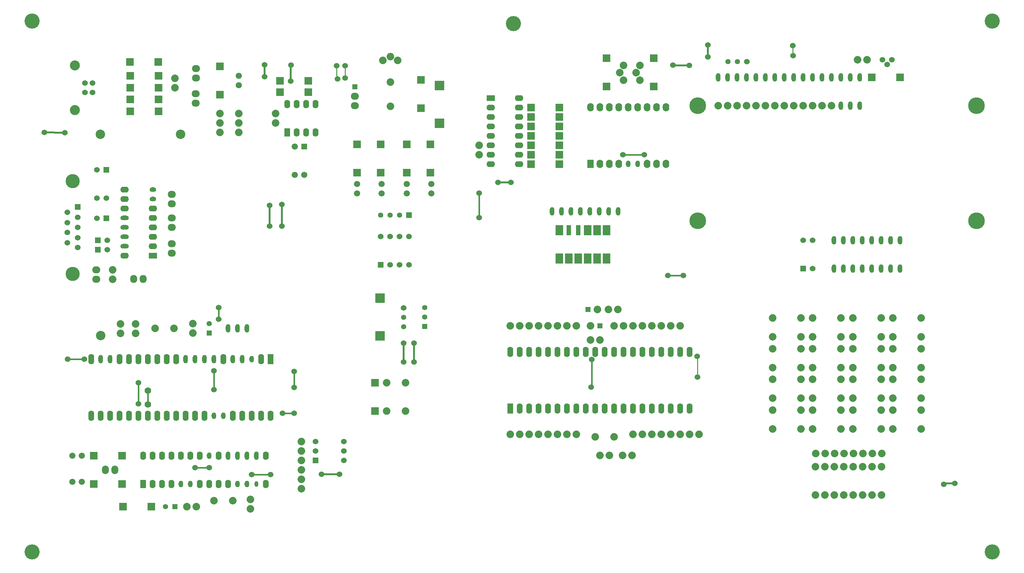
<source format=gtl>
G04 (created by PCBNEW-RS274X (2011-04-29 BZR 2986)-stable) date 10/21/2013 1:04:31 PM*
G01*
G70*
G90*
%MOIN*%
G04 Gerber Fmt 3.4, Leading zero omitted, Abs format*
%FSLAX34Y34*%
G04 APERTURE LIST*
%ADD10C,0.006000*%
%ADD11R,0.062000X0.110000*%
%ADD12O,0.062000X0.110000*%
%ADD13O,0.050000X0.070000*%
%ADD14O,0.050000X0.090000*%
%ADD15C,0.000400*%
%ADD16C,0.100000*%
%ADD17C,0.060000*%
%ADD18R,0.060000X0.060000*%
%ADD19C,0.080000*%
%ADD20R,0.080000X0.080000*%
%ADD21C,0.055000*%
%ADD22C,0.106300*%
%ADD23R,0.080000X0.110000*%
%ADD24R,0.050000X0.110000*%
%ADD25C,0.066000*%
%ADD26R,0.055000X0.055000*%
%ADD27C,0.177200*%
%ADD28O,0.070000X0.090000*%
%ADD29R,0.070000X0.090000*%
%ADD30R,0.100000X0.100000*%
%ADD31R,0.062000X0.090000*%
%ADD32O,0.062000X0.090000*%
%ADD33O,0.040000X0.060000*%
%ADD34R,0.090000X0.062000*%
%ADD35O,0.090000X0.062000*%
%ADD36O,0.070000X0.050000*%
%ADD37O,0.090000X0.050000*%
%ADD38C,0.150000*%
%ADD39O,0.072000X0.092000*%
%ADD40O,0.085000X0.075000*%
%ADD41O,0.075000X0.085000*%
%ADD42C,0.160000*%
%ADD43C,0.070000*%
%ADD44C,0.020000*%
%ADD45C,0.015000*%
%ADD46C,0.010000*%
G04 APERTURE END LIST*
G54D10*
G54D11*
X58440Y-51050D03*
G54D12*
X59440Y-51050D03*
X60440Y-51050D03*
X61440Y-51050D03*
X62440Y-51050D03*
X63440Y-51050D03*
X64440Y-51050D03*
X65440Y-51050D03*
X66440Y-51050D03*
X67440Y-51050D03*
X68440Y-51050D03*
X69440Y-51050D03*
X70440Y-51050D03*
X71440Y-51050D03*
X72440Y-51050D03*
X73440Y-51050D03*
X74440Y-51050D03*
X75440Y-51050D03*
X76440Y-51050D03*
X77440Y-51050D03*
X77440Y-45050D03*
X76440Y-45050D03*
X75440Y-45050D03*
X74440Y-45050D03*
X73440Y-45050D03*
X72440Y-45050D03*
X71440Y-45050D03*
X70440Y-45050D03*
X69440Y-45050D03*
X68440Y-45050D03*
X67440Y-45050D03*
X66440Y-45050D03*
X65440Y-45050D03*
X64440Y-45050D03*
X63440Y-45050D03*
X62440Y-45050D03*
X61440Y-45050D03*
X60440Y-45050D03*
X59440Y-45050D03*
X58440Y-45050D03*
G54D11*
X33035Y-45825D03*
G54D12*
X32035Y-45825D03*
G54D13*
X31035Y-45825D03*
G54D14*
X30035Y-45825D03*
X29035Y-45825D03*
G54D12*
X28035Y-45825D03*
G54D14*
X27035Y-45825D03*
X26035Y-45825D03*
X25035Y-45825D03*
X24035Y-45825D03*
G54D12*
X23035Y-45825D03*
X22035Y-45825D03*
X21035Y-45825D03*
X20035Y-45825D03*
X19035Y-45825D03*
X18035Y-45825D03*
X17035Y-45825D03*
G54D14*
X16035Y-45825D03*
X15035Y-45825D03*
G54D12*
X14035Y-45825D03*
X14035Y-51825D03*
X15035Y-51825D03*
X16035Y-51825D03*
X17035Y-51825D03*
X18035Y-51825D03*
X19035Y-51825D03*
X20035Y-51825D03*
X21035Y-51825D03*
X22035Y-51825D03*
X23035Y-51825D03*
X24035Y-51825D03*
X25035Y-51825D03*
X26035Y-51825D03*
G54D13*
X27035Y-51825D03*
X28035Y-51825D03*
G54D12*
X29035Y-51825D03*
X30035Y-51825D03*
X31035Y-51825D03*
X32035Y-51825D03*
X33035Y-51825D03*
G54D15*
X34035Y-54325D03*
G54D16*
X15035Y-43325D03*
G54D17*
X90470Y-33220D03*
X90470Y-36220D03*
G54D18*
X89470Y-36220D03*
G54D17*
X89470Y-33220D03*
G54D19*
X16310Y-37360D03*
X16310Y-36360D03*
X22900Y-17050D03*
X22900Y-16050D03*
X55120Y-24170D03*
X55120Y-23170D03*
X33560Y-20780D03*
X33560Y-19780D03*
X96220Y-14090D03*
X95220Y-14090D03*
X69845Y-40570D03*
X68845Y-40570D03*
X24785Y-43075D03*
X24785Y-42075D03*
X17120Y-42100D03*
X17120Y-43100D03*
X24160Y-61450D03*
X25160Y-61450D03*
X30910Y-60700D03*
X30910Y-61700D03*
X18720Y-42100D03*
X18720Y-43100D03*
X67940Y-43800D03*
X66940Y-43800D03*
X67920Y-56020D03*
X68920Y-56020D03*
X71320Y-56020D03*
X70320Y-56020D03*
G54D20*
X21150Y-15800D03*
X18150Y-15800D03*
X21150Y-17050D03*
X18150Y-17050D03*
G54D21*
X81490Y-14310D03*
X82498Y-14310D03*
G54D17*
X83490Y-14310D03*
G54D21*
X47130Y-42410D03*
X47130Y-41402D03*
G54D17*
X47130Y-40410D03*
X14150Y-17570D03*
X14150Y-16570D03*
X13363Y-16570D03*
X13363Y-17570D03*
G54D22*
X12300Y-19432D03*
X12300Y-14708D03*
G54D17*
X98380Y-14610D03*
X98880Y-14110D03*
X97880Y-14110D03*
G54D14*
X92720Y-36220D03*
X93720Y-36220D03*
X94720Y-36220D03*
X95720Y-36220D03*
X96720Y-36220D03*
X97720Y-36220D03*
X98720Y-36220D03*
X99720Y-36220D03*
X99720Y-33220D03*
X98720Y-33220D03*
X97720Y-33220D03*
X96720Y-33220D03*
X95720Y-33220D03*
X94720Y-33220D03*
X93720Y-33220D03*
X92720Y-33220D03*
G54D19*
X90780Y-60220D03*
X91780Y-60220D03*
X92780Y-60220D03*
X93780Y-60220D03*
X94780Y-60220D03*
X95780Y-60220D03*
X96780Y-60220D03*
X97780Y-60220D03*
X97780Y-57220D03*
X96780Y-57220D03*
X95780Y-57220D03*
X94780Y-57220D03*
X93780Y-57220D03*
X92780Y-57220D03*
X91780Y-57220D03*
X90780Y-57220D03*
G54D23*
X63620Y-35170D03*
X64620Y-35170D03*
X65620Y-35170D03*
X66620Y-35170D03*
X67620Y-35170D03*
X68620Y-35170D03*
X68620Y-32170D03*
X67620Y-32170D03*
X66620Y-32170D03*
G54D24*
X65620Y-32170D03*
X64620Y-32170D03*
G54D23*
X63620Y-32170D03*
G54D18*
X44710Y-35820D03*
G54D17*
X45710Y-35820D03*
X46710Y-35820D03*
X47710Y-35820D03*
X47710Y-32820D03*
X46710Y-32820D03*
X45710Y-32820D03*
X44710Y-32820D03*
G54D25*
X35600Y-26300D03*
X35600Y-23300D03*
G54D18*
X36600Y-23300D03*
G54D25*
X36600Y-26300D03*
G54D17*
X14640Y-28760D03*
X14640Y-25760D03*
G54D18*
X15640Y-25760D03*
G54D17*
X15640Y-28760D03*
G54D19*
X93470Y-44720D03*
X93470Y-46720D03*
X90470Y-44720D03*
X90470Y-46720D03*
X89220Y-44720D03*
X89220Y-46720D03*
X86220Y-44720D03*
X86220Y-46720D03*
X101970Y-47970D03*
X101970Y-49970D03*
X98970Y-47970D03*
X98970Y-49970D03*
X93470Y-41470D03*
X93470Y-43470D03*
X90470Y-41470D03*
X90470Y-43470D03*
X89220Y-41470D03*
X89220Y-43470D03*
X86220Y-41470D03*
X86220Y-43470D03*
X101970Y-44720D03*
X101970Y-46720D03*
X98970Y-44720D03*
X98970Y-46720D03*
X97720Y-44720D03*
X97720Y-46720D03*
X94720Y-44720D03*
X94720Y-46720D03*
X97720Y-47970D03*
X97720Y-49970D03*
X94720Y-47970D03*
X94720Y-49970D03*
X93470Y-47970D03*
X93470Y-49970D03*
X90470Y-47970D03*
X90470Y-49970D03*
X89220Y-47970D03*
X89220Y-49970D03*
X86220Y-47970D03*
X86220Y-49970D03*
X101970Y-51220D03*
X101970Y-53220D03*
X98970Y-51220D03*
X98970Y-53220D03*
X97720Y-51220D03*
X97720Y-53220D03*
X94720Y-51220D03*
X94720Y-53220D03*
X93470Y-51220D03*
X93470Y-53220D03*
X90470Y-51220D03*
X90470Y-53220D03*
X89220Y-51220D03*
X89220Y-53220D03*
X86220Y-51220D03*
X86220Y-53220D03*
X97720Y-41470D03*
X97720Y-43470D03*
X94720Y-41470D03*
X94720Y-43470D03*
X101970Y-41470D03*
X101970Y-43470D03*
X98970Y-41470D03*
X98970Y-43470D03*
X47340Y-51340D03*
X45340Y-51340D03*
X47340Y-48340D03*
X45340Y-48340D03*
X27650Y-19800D03*
X29650Y-19800D03*
X27650Y-20800D03*
X27650Y-21800D03*
X29650Y-21800D03*
X29650Y-20800D03*
X90810Y-55840D03*
X91810Y-55840D03*
X92810Y-55840D03*
X93810Y-55840D03*
X94810Y-55840D03*
X95810Y-55840D03*
X96810Y-55840D03*
X97810Y-55840D03*
X58440Y-53800D03*
X59440Y-53800D03*
X60440Y-53800D03*
X61440Y-53800D03*
X62440Y-53800D03*
X63440Y-53800D03*
X64440Y-53800D03*
X65440Y-53800D03*
X58440Y-42300D03*
X59440Y-42300D03*
X60440Y-42300D03*
X61440Y-42300D03*
X62440Y-42300D03*
X63440Y-42300D03*
X64440Y-42300D03*
X65440Y-42300D03*
G54D14*
X69870Y-30170D03*
X68870Y-30170D03*
X67870Y-30170D03*
X66870Y-30170D03*
X65870Y-30170D03*
X64870Y-30170D03*
X63870Y-30170D03*
X62870Y-30170D03*
G54D19*
X71440Y-53800D03*
X72440Y-53800D03*
X73440Y-53800D03*
X74440Y-53800D03*
X75440Y-53800D03*
X76440Y-53800D03*
X77440Y-53800D03*
X78440Y-53800D03*
X76440Y-42300D03*
X75440Y-42300D03*
X74440Y-42300D03*
X73440Y-42300D03*
X72440Y-42300D03*
X71440Y-42300D03*
X70440Y-42300D03*
X69440Y-42300D03*
X36285Y-54575D03*
X36285Y-55575D03*
X36285Y-56575D03*
X36285Y-57575D03*
X36285Y-58575D03*
X36285Y-59575D03*
G54D18*
X47710Y-30570D03*
G54D21*
X46710Y-30570D03*
X45710Y-30570D03*
X44710Y-30570D03*
G54D26*
X49380Y-42370D03*
G54D21*
X49380Y-41370D03*
X49380Y-40370D03*
G54D14*
X28535Y-42575D03*
X29535Y-42575D03*
X30535Y-42575D03*
G54D18*
X14720Y-33220D03*
G54D17*
X15720Y-33220D03*
G54D18*
X14720Y-34220D03*
G54D17*
X15720Y-34220D03*
G54D26*
X66670Y-40570D03*
G54D19*
X67670Y-40570D03*
G54D14*
X80470Y-15970D03*
X81470Y-15970D03*
X82470Y-15970D03*
X83470Y-15970D03*
X84470Y-15970D03*
X85470Y-15970D03*
X86470Y-15970D03*
X87470Y-15970D03*
X88470Y-15970D03*
X89470Y-15970D03*
X90470Y-15970D03*
X91470Y-15970D03*
X92470Y-15970D03*
X93470Y-15970D03*
X94470Y-15970D03*
X95470Y-15970D03*
G54D20*
X34020Y-16320D03*
X37020Y-16320D03*
X44090Y-48340D03*
X44090Y-51340D03*
X17285Y-59075D03*
X14285Y-59075D03*
X17285Y-56075D03*
X14285Y-56075D03*
X34020Y-17520D03*
X37020Y-17520D03*
X99720Y-15970D03*
X96720Y-15970D03*
X68620Y-16920D03*
X68620Y-13920D03*
X73620Y-16920D03*
X73620Y-13920D03*
X63620Y-25170D03*
X60620Y-25170D03*
X63620Y-24170D03*
X60620Y-24170D03*
X63620Y-23170D03*
X60620Y-23170D03*
X63620Y-22170D03*
X60620Y-22170D03*
X17410Y-61450D03*
X20410Y-61450D03*
X18120Y-14320D03*
X21120Y-14320D03*
X18150Y-19550D03*
X21150Y-19550D03*
X18150Y-18300D03*
X21150Y-18300D03*
X63620Y-21170D03*
X60620Y-21170D03*
X63620Y-19170D03*
X60620Y-19170D03*
X63620Y-20170D03*
X60620Y-20170D03*
X42210Y-23070D03*
X42210Y-26070D03*
X44710Y-23070D03*
X44710Y-26070D03*
X47460Y-23070D03*
X47460Y-26070D03*
X49960Y-23070D03*
X49960Y-26070D03*
X27650Y-17800D03*
X27650Y-14800D03*
X48970Y-16220D03*
X48970Y-19220D03*
G54D25*
X12035Y-56075D03*
X13035Y-56075D03*
X12035Y-58825D03*
X13035Y-58825D03*
X42210Y-27270D03*
X42210Y-28270D03*
X44810Y-27270D03*
X44810Y-28270D03*
X47460Y-27270D03*
X47460Y-28270D03*
X50060Y-27270D03*
X50060Y-28270D03*
X29650Y-15800D03*
X29650Y-16800D03*
G54D19*
X80470Y-18954D03*
X81470Y-18970D03*
X82470Y-18970D03*
X83470Y-18970D03*
X84470Y-18970D03*
X85470Y-18970D03*
X86470Y-18970D03*
X87470Y-18970D03*
X88470Y-18970D03*
X89470Y-18970D03*
X90470Y-18970D03*
X91470Y-18970D03*
X92470Y-18970D03*
G54D14*
X93470Y-18970D03*
X94470Y-18970D03*
X95470Y-18970D03*
G54D27*
X78305Y-18970D03*
X78305Y-31175D03*
X107832Y-18970D03*
X107832Y-31175D03*
G54D19*
X27035Y-60825D03*
X29035Y-60825D03*
X67440Y-54050D03*
X69440Y-54050D03*
X22785Y-42575D03*
X20785Y-42575D03*
G54D16*
X23510Y-22000D03*
X15010Y-22000D03*
G54D28*
X66927Y-19115D03*
X67927Y-19115D03*
X68927Y-19115D03*
X69927Y-19115D03*
X70930Y-19115D03*
X71930Y-19115D03*
X72930Y-19115D03*
X73930Y-19115D03*
G54D29*
X66917Y-25125D03*
G54D28*
X67920Y-25125D03*
X68920Y-25125D03*
X69920Y-25125D03*
G54D13*
X70920Y-25125D03*
X71920Y-25125D03*
G54D28*
X72920Y-25125D03*
X73920Y-25125D03*
X74930Y-19115D03*
X74920Y-25125D03*
G54D30*
X50920Y-16820D03*
X50920Y-20820D03*
X44630Y-39370D03*
X44630Y-43370D03*
G54D31*
X34810Y-21780D03*
G54D32*
X35810Y-21780D03*
X36810Y-21780D03*
X37810Y-21780D03*
X37810Y-18780D03*
X36810Y-18780D03*
X35810Y-18780D03*
X34810Y-18780D03*
X20535Y-59075D03*
X21535Y-59075D03*
X22535Y-59075D03*
G54D13*
X23535Y-59075D03*
X24535Y-59075D03*
G54D32*
X25535Y-59075D03*
X26535Y-59075D03*
X27535Y-59075D03*
X28535Y-59075D03*
G54D13*
X29535Y-59075D03*
X30535Y-59075D03*
G54D33*
X31535Y-59075D03*
G54D32*
X32535Y-59075D03*
G54D31*
X19535Y-59075D03*
G54D32*
X32535Y-56075D03*
G54D14*
X31535Y-56075D03*
X30535Y-56075D03*
X29535Y-56075D03*
X28535Y-56075D03*
G54D32*
X27535Y-56075D03*
G54D13*
X26535Y-56075D03*
G54D32*
X25535Y-56075D03*
X24535Y-56075D03*
X23535Y-56075D03*
X22535Y-56075D03*
X21535Y-56075D03*
X20535Y-56075D03*
X19535Y-56075D03*
G54D34*
X20560Y-34860D03*
G54D35*
X20560Y-33860D03*
X20560Y-32860D03*
X20560Y-31860D03*
X20560Y-30860D03*
X20560Y-29860D03*
G54D36*
X20560Y-28860D03*
X20560Y-27860D03*
G54D35*
X17560Y-27860D03*
X17560Y-28860D03*
X17560Y-29860D03*
G54D37*
X17560Y-30860D03*
X17560Y-31860D03*
X17560Y-32860D03*
X17560Y-33860D03*
G54D35*
X17560Y-34860D03*
G54D34*
X56370Y-18170D03*
G54D35*
X56370Y-19170D03*
X56370Y-20170D03*
X56370Y-21170D03*
X56370Y-22170D03*
X56370Y-23170D03*
X56370Y-24170D03*
X56370Y-25170D03*
X59370Y-25170D03*
X59370Y-24170D03*
X59370Y-23170D03*
X59370Y-22170D03*
X59370Y-21170D03*
X59370Y-20170D03*
X59370Y-19170D03*
X59370Y-18170D03*
G54D38*
X12050Y-26950D03*
X12050Y-36800D03*
G54D18*
X12600Y-29700D03*
G54D17*
X12600Y-30800D03*
X12600Y-31850D03*
X12600Y-32950D03*
X12600Y-34000D03*
X11500Y-30250D03*
X11500Y-31350D03*
X11500Y-32400D03*
X11500Y-33500D03*
G54D26*
X67940Y-42300D03*
G54D19*
X66940Y-42300D03*
G54D26*
X26535Y-43075D03*
G54D21*
X26535Y-42075D03*
G54D19*
X45720Y-19020D03*
X45720Y-16461D03*
G54D39*
X15535Y-57575D03*
X16535Y-57575D03*
G54D26*
X22910Y-61450D03*
G54D21*
X21910Y-61450D03*
G54D18*
X37785Y-56575D03*
G54D17*
X37785Y-55575D03*
X37785Y-54575D03*
X40785Y-56575D03*
X40785Y-55575D03*
X40785Y-54575D03*
G54D26*
X41970Y-16970D03*
G54D40*
X41970Y-17970D03*
X41970Y-18970D03*
G54D18*
X15630Y-30890D03*
G54D17*
X14630Y-30890D03*
G54D40*
X14560Y-37360D03*
X14560Y-36360D03*
X25140Y-16030D03*
X25140Y-15030D03*
X25100Y-17690D03*
X25100Y-18690D03*
X22560Y-29360D03*
X22560Y-28360D03*
X22560Y-31860D03*
X22560Y-30860D03*
G54D41*
X18520Y-37320D03*
X19520Y-37320D03*
G54D40*
X22560Y-34610D03*
X22560Y-33610D03*
G54D19*
X72167Y-16257D03*
X71773Y-15470D03*
X72167Y-14683D03*
X44933Y-14167D03*
X45720Y-13773D03*
X46507Y-14167D03*
X70417Y-16257D03*
X70023Y-15470D03*
X70417Y-14683D03*
G54D42*
X109500Y-10000D03*
X109500Y-66250D03*
X07750Y-10000D03*
X07750Y-66250D03*
X58750Y-10250D03*
G54D17*
X11220Y-21820D03*
X09050Y-21810D03*
X40320Y-58020D03*
X38420Y-58020D03*
X27035Y-49075D03*
X27035Y-47075D03*
X34285Y-51575D03*
G54D43*
X20040Y-49160D03*
X20030Y-50630D03*
G54D17*
X35535Y-51575D03*
X70370Y-24170D03*
X72620Y-24170D03*
X78230Y-45520D03*
X78250Y-47730D03*
X40120Y-16120D03*
X40020Y-14720D03*
X40920Y-16020D03*
X40920Y-14720D03*
X35530Y-47120D03*
X35530Y-48820D03*
X19035Y-48325D03*
X19035Y-50575D03*
X32410Y-14630D03*
X32410Y-15910D03*
X13285Y-45825D03*
X11535Y-45825D03*
X31035Y-58075D03*
X33035Y-58075D03*
X104350Y-59080D03*
X105520Y-58990D03*
X67070Y-45850D03*
X66990Y-48790D03*
X88370Y-12610D03*
X88400Y-13660D03*
X79360Y-12540D03*
X79380Y-13800D03*
X48220Y-44120D03*
X48220Y-46120D03*
X55120Y-28220D03*
X55120Y-30820D03*
X32920Y-29520D03*
X32920Y-31720D03*
X27540Y-40350D03*
X27540Y-41600D03*
X25035Y-57325D03*
X26535Y-57325D03*
X75680Y-14660D03*
X77410Y-14680D03*
X58490Y-27080D03*
X57130Y-27090D03*
X35200Y-14670D03*
X35180Y-16360D03*
X75130Y-36950D03*
X76760Y-36970D03*
X47120Y-44120D03*
X47120Y-46120D03*
X34220Y-31720D03*
X34220Y-29420D03*
G54D44*
X11220Y-21820D02*
X09050Y-21810D01*
X40320Y-58020D02*
X38420Y-58020D01*
G54D45*
X27035Y-49075D02*
X27035Y-47075D01*
X35535Y-51575D02*
X34285Y-51575D01*
X20030Y-50630D02*
X20040Y-50620D01*
X20040Y-50620D02*
X20040Y-49160D01*
X72620Y-24170D02*
X70370Y-24170D01*
G54D46*
X78230Y-45520D02*
X78250Y-45540D01*
X78250Y-45540D02*
X78250Y-47730D01*
X40020Y-16020D02*
X40020Y-14720D01*
X40120Y-16120D02*
X40020Y-16020D01*
X40920Y-16020D02*
X40920Y-14720D01*
G54D45*
X35530Y-48820D02*
X35530Y-47120D01*
X19035Y-50575D02*
X19035Y-48325D01*
G54D44*
X32410Y-15910D02*
X32410Y-14630D01*
G54D45*
X13285Y-45825D02*
X11535Y-45825D01*
X33035Y-58075D02*
X31035Y-58075D01*
G54D44*
X104350Y-59080D02*
X104440Y-58990D01*
X104440Y-58990D02*
X105520Y-58990D01*
G54D45*
X67070Y-48710D02*
X67070Y-45850D01*
X66990Y-48790D02*
X67070Y-48710D01*
G54D46*
X88370Y-13630D02*
X88370Y-12610D01*
X88400Y-13660D02*
X88370Y-13630D01*
G54D44*
X79360Y-13780D02*
X79360Y-12540D01*
X79380Y-13800D02*
X79360Y-13780D01*
X48220Y-46120D02*
X48220Y-44120D01*
G54D45*
X55120Y-28220D02*
X55120Y-30820D01*
G54D44*
X32920Y-31720D02*
X32920Y-29520D01*
G54D45*
X27540Y-40350D02*
X27540Y-41600D01*
X26535Y-57325D02*
X25035Y-57325D01*
G54D44*
X75680Y-14660D02*
X75830Y-14690D01*
X75830Y-14690D02*
X77410Y-14680D01*
X57140Y-27080D02*
X58490Y-27080D01*
X57130Y-27090D02*
X57140Y-27080D01*
X35200Y-14670D02*
X35180Y-14510D01*
X35180Y-14510D02*
X35180Y-16360D01*
G54D45*
X76740Y-36950D02*
X75130Y-36950D01*
X76760Y-36970D02*
X76740Y-36950D01*
G54D44*
X47120Y-44120D02*
X47120Y-46120D01*
X34220Y-31720D02*
X34220Y-29420D01*
M02*

</source>
